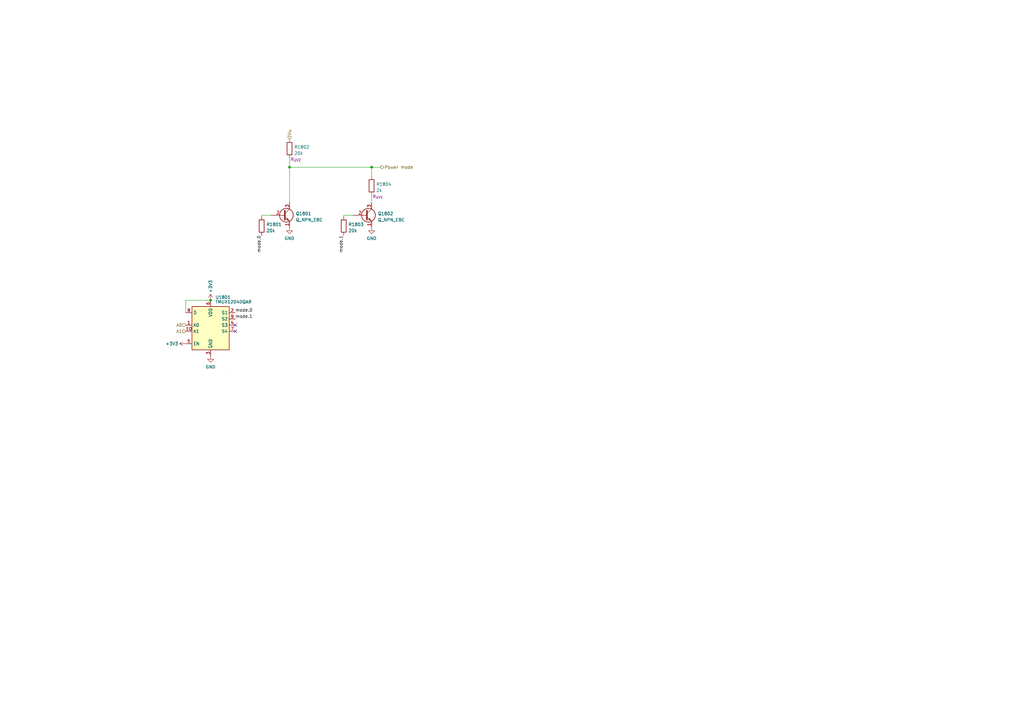
<source format=kicad_sch>
(kicad_sch (version 20231120) (generator "eeschema") (generator_version "8.0")
  (paper "A3")
  (title_block (title "Power supply - low level driver") (date "2024-06-28"))
  (lib_symbols
    (symbol "Device:Q_NPN_EBC" (pin_names (offset 0) hide)
      (property "Reference" "Q" (at 5.08 1.27 0))
      (property "Value" "Q_NPN_EBC" (at 5.08 -1.27 0))
      (symbol "Q_NPN_EBC_0_1"
        (polyline (pts (xy 0.635 0.635) (xy 2.54 2.54)))
        (polyline (pts (xy 0.635 -0.635) (xy 2.54 -2.54) (xy 2.54 -2.54)))
        (polyline (pts (xy 0.635 1.905) (xy 0.635 -1.905) (xy 0.635 -1.905)) (stroke (width 0.508)))
        (polyline (pts (xy 1.27 -1.778) (xy 1.778 -1.27) (xy 2.286 -2.286) (xy 1.27 -1.778) (xy 1.27 -1.778)) (fill (type outline)))
        (circle (center 1.27 0) (radius 2.8194) (stroke (width 0.254)))
      )
      (symbol "Q_NPN_EBC_1_1"
        (pin passive line (at 2.54 -5.08 90) (length 2.54) (name "E") (number "1"))
        (pin passive line (at -5.08 0 0) (length 5.715) (name "B") (number "2"))
        (pin passive line (at 2.54 5.08 270) (length 2.54) (name "C") (number "3"))
      )
    )
    (symbol "Device:R" (pin_numbers hide) (pin_names (offset 0))
      (property "Reference" "R" (at 2.032 0 90))
      (property "Value" "R" (at 0 0 90))
      (symbol "R_0_1"
        (rectangle (start -1.016 -2.54) (end 1.016 2.54) (stroke (width 0.254)))
      )
      (symbol "R_1_1"
        (pin passive line (at 0 3.81 270) (length 1.27) (name "~") (number "1"))
        (pin passive line (at 0 -3.81 90) (length 1.27) (name "~") (number "2"))
      )
    )
    (symbol "Lab_supply:TMUX1204DQAR"
      (property "Reference" "U" (at -4.445 10.795 0))
      (property "Value" "TMUX1204DQAR" (at -4.445 8.89 0))
      (symbol "TMUX1204DQAR_0_1"
        (rectangle (start -13.97 6.985) (end 1.27 -10.795) (stroke (width 0.254)) (fill (type background)))
        (rectangle (start 1.27 -18.415) (end 1.27 -18.415))
      )
      (symbol "TMUX1204DQAR_1_0"
        (pin power_in line (at -6.35 -13.335 90) (length 2.54) (name "GND") (number "3"))
      )
      (symbol "TMUX1204DQAR_1_1"
        (pin input line (at -16.51 -0.635 0) (length 2.54) (name "A0") (number "1"))
        (pin input line (at -16.51 -3.175 0) (length 2.54) (name "A1") (number "10"))
        (pin bidirectional line (at 3.81 4.445 180) (length 2.54) (name "S1") (number "2"))
        (pin bidirectional line (at 3.81 -0.635 180) (length 2.54) (name "S3") (number "4"))
        (pin input line (at -16.51 -8.255 0) (length 2.54) (name "EN") (number "5"))
        (pin power_in line (at -6.35 9.525 270) (length 2.54) (name "VDD") (number "6"))
        (pin bidirectional line (at 3.81 -3.175 180) (length 2.54) (name "S4") (number "7"))
        (pin bidirectional line (at -16.51 4.445 0) (length 2.54) (name "D") (number "8"))
        (pin bidirectional line (at 3.81 1.905 180) (length 2.54) (name "S2") (number "9"))
      )
    )
    (symbol "power:+3V3" (power) (pin_names (offset 0))
      (property "Value" "+3V3" (at 0 3.556 0))
      (symbol "+3V3_0_1"
        (polyline (pts (xy -0.762 1.27) (xy 0 2.54)))
        (polyline (pts (xy 0 0) (xy 0 2.54)))
        (polyline (pts (xy 0 2.54) (xy 0.762 1.27)))
      )
      (symbol "+3V3_1_1"
        (pin power_in line (at 0 0 90) (length 0) hide (name "+3V3") (number "1"))
      )
    )
    (symbol "power:GND" (power) (pin_names (offset 0))
      (property "Value" "GND" (at 0 -3.81 0))
      (symbol "GND_0_1"
        (polyline (pts (xy 0 0) (xy 0 -1.27) (xy 1.27 -1.27) (xy 0 -2.54) (xy -1.27 -1.27) (xy 0 -1.27)))
      )
      (symbol "GND_1_1"
        (pin power_in line (at 0 0 270) (length 0) hide (name "GND") (number "1"))
      )
    )
  )
  (junction (at 118.745 68.58))
  (junction (at 86.36 123.19))
  (junction (at 152.4 68.58))
  (no_connect (at 96.52 135.89))
  (no_connect (at 96.52 133.35))
  (wire (pts (xy 107.315 88.265) (xy 111.125 88.265)))
  (wire (pts (xy 76.2 123.19) (xy 76.2 128.27)))
  (wire (pts (xy 152.4 68.58) (xy 156.21 68.58)))
  (wire (pts (xy 86.36 123.19) (xy 76.2 123.19)))
  (wire (pts (xy 107.315 88.9) (xy 107.315 88.265)))
  (wire (pts (xy 140.97 88.9) (xy 140.97 88.265)))
  (wire (pts (xy 140.97 88.265) (xy 144.78 88.265)))
  (wire (pts (xy 118.745 64.77) (xy 118.745 68.58)))
  (wire (pts (xy 118.745 68.58) (xy 118.745 83.185)))
  (wire (pts (xy 118.745 68.58) (xy 152.4 68.58)))
  (wire (pts (xy 152.4 83.185) (xy 152.4 80.01)))
  (wire (pts (xy 152.4 72.39) (xy 152.4 68.58)))
  (label "mode.1" (at 96.52 130.81 0))
  (label "mode.0" (at 96.52 128.27 0))
  (label "mode.1" (at 140.97 96.52 270))
  (label "mode.0" (at 107.315 96.52 270))
  (hierarchical_label "V_{in}" (shape input) (at 118.745 57.15 90))
  (hierarchical_label "A1" (shape input) (at 76.2 135.89 180))
  (hierarchical_label "A0" (shape input) (at 76.2 133.35 180))
  (hierarchical_label "Power mode" (shape output) (at 156.21 68.58 0))
  (symbol (lib_id "Device:Q_NPN_EBC") (at 149.86 88.265 0) (unit 1)
    (property "Reference" "Q1802" (at 154.94 87.63 0) (effects (justify left)))
    (property "Value" "Q_NPN_EBC" (at 154.94 90.17 0) (effects (justify left)))
  )
  (symbol (lib_id "power:+3V3") (at 76.2 140.97 90) (unit 1)
    (property "Reference" "#PWR01801" (effects (hide yes)))
    (property "Value" "+3V3" (at 70.485 140.97 90))
  )
  (symbol (lib_id "Device:R") (at 118.745 60.96 0) (unit 1)
    (property "Reference" "R1802" (at 120.65 60.325 0) (effects (justify left)))
    (property "Value" "20k" (at 120.65 62.865 0) (effects (justify left)))
    (property "Field4" "R_{UV2}" (at 121.285 65.405 0))
  )
  (symbol (lib_id "power:GND") (at 86.36 146.05 0) (unit 1)
    (property "Reference" "#PWR01803" (effects (hide yes)))
    (property "Value" "GND" (at 86.36 150.495 0))
  )
  (symbol (lib_id "power:+3V3") (at 86.36 123.19 0) (unit 1)
    (property "Reference" "#PWR01802" (effects (hide yes)))
    (property "Value" "+3V3" (at 86.36 117.475 90))
  )
  (symbol (lib_id "Device:Q_NPN_EBC") (at 116.205 88.265 0) (unit 1)
    (property "Reference" "Q1801" (at 121.285 87.63 0) (effects (justify left)))
    (property "Value" "Q_NPN_EBC" (at 121.285 90.17 0) (effects (justify left)))
  )
  (symbol (lib_id "power:GND") (at 118.745 93.345 0) (unit 1)
    (property "Reference" "#PWR01804" (effects (hide yes)))
    (property "Value" "GND" (at 118.745 97.79 0))
  )
  (symbol (lib_id "power:GND") (at 152.4 93.345 0) (unit 1)
    (property "Reference" "#PWR01805" (effects (hide yes)))
    (property "Value" "GND" (at 152.4 97.79 0))
  )
  (symbol (lib_id "Device:R") (at 107.315 92.71 0) (unit 1)
    (property "Reference" "R1801" (at 109.22 92.075 0) (effects (justify left)))
    (property "Value" "20k" (at 109.22 94.615 0) (effects (justify left)))
  )
  (symbol (lib_id "Device:R") (at 152.4 76.2 0) (unit 1)
    (property "Reference" "R1804" (at 154.305 75.565 0) (effects (justify left)))
    (property "Value" "2k" (at 154.305 78.105 0) (effects (justify left)))
    (property "Field4" "R_{UV1}" (at 154.94 80.645 0))
  )
  (symbol (lib_id "Device:R") (at 140.97 92.71 0) (unit 1)
    (property "Reference" "R1803" (at 142.875 92.075 0) (effects (justify left)))
    (property "Value" "20k" (at 142.875 94.615 0) (effects (justify left)))
  )
  (symbol (lib_id "Lab_supply:TMUX1204DQAR") (at 92.71 132.715 0) (unit 1)
    (property "Reference" "U1801" (at 88.265 121.92 0) (effects (justify left)))
    (property "Value" "TMUX1204DQAR" (at 88.265 123.825 0) (effects (justify left)))
    (property "Footprint" "Package_SO:VSSOP-10_3x3mm_P0.5mm" (effects (hide yes)))
    (property "Datasheet" "https://www.ti.com/lit/ds/symlink/tmux1204.pdf?ts=1707335685360&ref_url=https%253A%252F%252Fcz.mouser.com%252F" (effects (hide yes)))
  )
)
</source>
